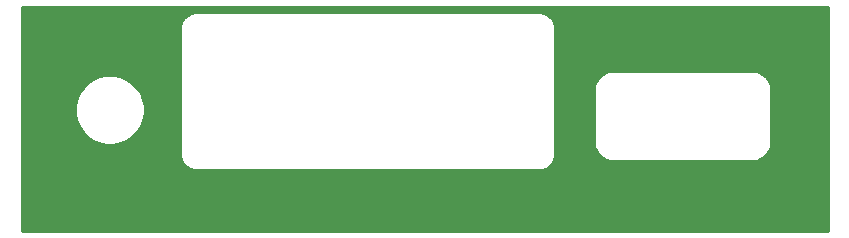
<source format=gbr>
%TF.GenerationSoftware,KiCad,Pcbnew,(5.1.6)-1*%
%TF.CreationDate,2020-11-22T20:04:26-08:00*%
%TF.ProjectId,vgavt1593-front,76676176-7431-4353-9933-2d66726f6e74,rev?*%
%TF.SameCoordinates,Original*%
%TF.FileFunction,Copper,L1,Top*%
%TF.FilePolarity,Positive*%
%FSLAX46Y46*%
G04 Gerber Fmt 4.6, Leading zero omitted, Abs format (unit mm)*
G04 Created by KiCad (PCBNEW (5.1.6)-1) date 2020-11-22 20:04:26*
%MOMM*%
%LPD*%
G01*
G04 APERTURE LIST*
%TA.AperFunction,ViaPad*%
%ADD10C,0.635000*%
%TD*%
%TA.AperFunction,Conductor*%
%ADD11C,0.254000*%
%TD*%
G04 APERTURE END LIST*
D10*
%TO.N,GND*%
X91694000Y-43942000D03*
X91694000Y-26670000D03*
X25146000Y-43942000D03*
X25146000Y-26670000D03*
%TD*%
D11*
%TO.N,GND*%
G36*
X92533000Y-44781000D02*
G01*
X24307000Y-44781000D01*
X24307000Y-38246940D01*
X37694000Y-38246940D01*
X37695740Y-38264605D01*
X37695696Y-38270890D01*
X37696249Y-38276532D01*
X37716976Y-38473734D01*
X37724377Y-38509789D01*
X37731270Y-38545924D01*
X37732908Y-38551347D01*
X37732909Y-38551353D01*
X37732911Y-38551359D01*
X37791544Y-38740773D01*
X37805821Y-38774736D01*
X37819589Y-38808814D01*
X37822247Y-38813815D01*
X37822249Y-38813819D01*
X37822251Y-38813822D01*
X37916561Y-38988244D01*
X37937134Y-39018744D01*
X37957287Y-39049541D01*
X37960870Y-39053934D01*
X38087264Y-39206719D01*
X38113415Y-39232689D01*
X38139120Y-39258937D01*
X38143482Y-39262546D01*
X38143488Y-39262552D01*
X38143495Y-39262556D01*
X38297150Y-39387875D01*
X38327797Y-39408237D01*
X38358161Y-39429028D01*
X38363140Y-39431720D01*
X38363148Y-39431725D01*
X38363156Y-39431728D01*
X38538226Y-39524815D01*
X38572292Y-39538857D01*
X38606071Y-39553334D01*
X38611475Y-39555007D01*
X38611484Y-39555011D01*
X38611493Y-39555013D01*
X38801313Y-39612322D01*
X38837439Y-39619475D01*
X38873400Y-39627119D01*
X38879034Y-39627712D01*
X38879041Y-39627713D01*
X38879048Y-39627713D01*
X39076380Y-39647062D01*
X39076382Y-39647062D01*
X39096059Y-39649000D01*
X68091941Y-39649000D01*
X68109606Y-39647260D01*
X68115890Y-39647304D01*
X68121532Y-39646751D01*
X68318734Y-39626024D01*
X68354789Y-39618623D01*
X68390924Y-39611730D01*
X68396347Y-39610092D01*
X68396353Y-39610091D01*
X68396359Y-39610089D01*
X68585773Y-39551456D01*
X68619736Y-39537179D01*
X68653814Y-39523411D01*
X68658815Y-39520753D01*
X68658819Y-39520751D01*
X68658822Y-39520749D01*
X68833244Y-39426439D01*
X68863744Y-39405866D01*
X68894541Y-39385713D01*
X68898934Y-39382130D01*
X69051719Y-39255736D01*
X69077689Y-39229585D01*
X69103937Y-39203880D01*
X69107546Y-39199518D01*
X69107552Y-39199512D01*
X69107556Y-39199505D01*
X69232875Y-39045850D01*
X69253237Y-39015203D01*
X69274028Y-38984839D01*
X69276720Y-38979860D01*
X69276725Y-38979852D01*
X69276728Y-38979844D01*
X69369815Y-38804774D01*
X69383857Y-38770708D01*
X69398334Y-38736929D01*
X69400007Y-38731525D01*
X69400011Y-38731516D01*
X69400013Y-38731507D01*
X69457322Y-38541687D01*
X69464475Y-38505561D01*
X69472119Y-38469600D01*
X69472712Y-38463962D01*
X69472713Y-38463959D01*
X69472713Y-38463952D01*
X69492062Y-38266620D01*
X69492062Y-38266618D01*
X69494000Y-38246941D01*
X69494000Y-32873060D01*
X72746000Y-32873060D01*
X72746001Y-37230941D01*
X72747757Y-37248770D01*
X72747702Y-37256662D01*
X72748255Y-37262304D01*
X72774163Y-37508807D01*
X72781564Y-37544860D01*
X72788458Y-37581000D01*
X72790096Y-37586427D01*
X72863391Y-37823203D01*
X72877651Y-37857126D01*
X72891435Y-37891242D01*
X72894096Y-37896248D01*
X73011984Y-38114278D01*
X73032584Y-38144819D01*
X73052711Y-38175576D01*
X73056294Y-38179970D01*
X73214287Y-38370950D01*
X73240438Y-38396920D01*
X73266143Y-38423168D01*
X73270505Y-38426777D01*
X73270511Y-38426783D01*
X73270518Y-38426787D01*
X73462589Y-38583437D01*
X73493265Y-38603818D01*
X73523602Y-38624590D01*
X73528583Y-38627284D01*
X73528587Y-38627287D01*
X73528591Y-38627289D01*
X73747436Y-38743650D01*
X73781473Y-38757679D01*
X73815278Y-38772168D01*
X73820687Y-38773842D01*
X73820694Y-38773845D01*
X73820701Y-38773846D01*
X74057974Y-38845484D01*
X74094090Y-38852635D01*
X74130065Y-38860282D01*
X74135701Y-38860875D01*
X74135703Y-38860875D01*
X74382381Y-38885062D01*
X74382382Y-38885062D01*
X74402059Y-38887000D01*
X86125941Y-38887000D01*
X86143780Y-38885243D01*
X86151662Y-38885298D01*
X86157304Y-38884745D01*
X86403807Y-38858837D01*
X86439860Y-38851436D01*
X86476000Y-38844542D01*
X86481427Y-38842904D01*
X86718203Y-38769609D01*
X86752126Y-38755349D01*
X86786242Y-38741565D01*
X86791248Y-38738904D01*
X87009278Y-38621016D01*
X87039819Y-38600416D01*
X87070576Y-38580289D01*
X87074970Y-38576706D01*
X87265950Y-38418713D01*
X87291920Y-38392562D01*
X87318168Y-38366857D01*
X87321777Y-38362495D01*
X87321783Y-38362489D01*
X87321787Y-38362482D01*
X87478437Y-38170411D01*
X87498818Y-38139735D01*
X87519590Y-38109398D01*
X87522284Y-38104417D01*
X87522287Y-38104413D01*
X87522289Y-38104409D01*
X87638650Y-37885564D01*
X87652679Y-37851527D01*
X87667168Y-37817722D01*
X87668842Y-37812313D01*
X87668845Y-37812306D01*
X87668846Y-37812299D01*
X87740484Y-37575026D01*
X87747635Y-37538910D01*
X87755282Y-37502935D01*
X87755875Y-37497297D01*
X87780062Y-37250619D01*
X87780062Y-37250618D01*
X87782000Y-37230941D01*
X87782000Y-32873059D01*
X87780243Y-32855220D01*
X87780298Y-32847339D01*
X87779745Y-32841697D01*
X87753837Y-32595193D01*
X87746436Y-32559140D01*
X87739542Y-32523000D01*
X87737904Y-32517573D01*
X87664609Y-32280797D01*
X87650349Y-32246874D01*
X87636565Y-32212758D01*
X87633904Y-32207752D01*
X87516016Y-31989722D01*
X87495416Y-31959181D01*
X87475289Y-31928424D01*
X87471706Y-31924030D01*
X87313713Y-31733050D01*
X87287597Y-31707116D01*
X87261857Y-31680831D01*
X87257489Y-31677217D01*
X87065411Y-31520563D01*
X87034762Y-31500199D01*
X87004398Y-31479409D01*
X86999422Y-31476719D01*
X86999413Y-31476713D01*
X86999404Y-31476709D01*
X86780564Y-31360350D01*
X86746539Y-31346326D01*
X86712722Y-31331832D01*
X86707307Y-31330156D01*
X86707309Y-31330156D01*
X86707301Y-31330154D01*
X86470026Y-31258516D01*
X86433910Y-31251365D01*
X86397935Y-31243718D01*
X86392299Y-31243125D01*
X86392297Y-31243125D01*
X86145619Y-31218938D01*
X86145618Y-31218938D01*
X86125941Y-31217000D01*
X74402059Y-31217000D01*
X74384220Y-31218757D01*
X74376339Y-31218702D01*
X74370697Y-31219255D01*
X74124193Y-31245163D01*
X74088140Y-31252564D01*
X74052000Y-31259458D01*
X74046573Y-31261096D01*
X73809797Y-31334391D01*
X73775874Y-31348651D01*
X73741758Y-31362435D01*
X73736752Y-31365096D01*
X73518722Y-31482984D01*
X73488181Y-31503584D01*
X73457424Y-31523711D01*
X73453030Y-31527294D01*
X73262050Y-31685287D01*
X73236116Y-31711403D01*
X73209831Y-31737143D01*
X73206217Y-31741511D01*
X73049563Y-31933589D01*
X73029199Y-31964238D01*
X73008409Y-31994602D01*
X73005719Y-31999578D01*
X73005713Y-31999587D01*
X73005709Y-31999596D01*
X72889350Y-32218436D01*
X72875326Y-32252461D01*
X72860832Y-32286278D01*
X72859156Y-32291693D01*
X72787516Y-32528974D01*
X72780365Y-32565090D01*
X72772718Y-32601065D01*
X72772125Y-32606703D01*
X72747938Y-32853381D01*
X72746000Y-32873060D01*
X69494000Y-32873060D01*
X69494000Y-27666059D01*
X69492260Y-27648394D01*
X69492304Y-27642110D01*
X69491751Y-27636468D01*
X69471024Y-27439266D01*
X69463622Y-27403205D01*
X69456730Y-27367076D01*
X69455091Y-27361649D01*
X69455091Y-27361647D01*
X69455089Y-27361641D01*
X69396456Y-27172228D01*
X69382200Y-27138314D01*
X69368411Y-27104185D01*
X69365750Y-27099180D01*
X69271439Y-26924756D01*
X69250844Y-26894223D01*
X69230713Y-26863460D01*
X69227131Y-26859066D01*
X69100736Y-26706282D01*
X69074620Y-26680348D01*
X69048880Y-26654063D01*
X69044518Y-26650454D01*
X69044512Y-26650448D01*
X69044505Y-26650444D01*
X68890850Y-26525125D01*
X68860185Y-26504751D01*
X68829838Y-26483972D01*
X68824852Y-26481275D01*
X68649774Y-26388185D01*
X68615720Y-26374148D01*
X68581929Y-26359666D01*
X68576525Y-26357993D01*
X68576516Y-26357989D01*
X68576507Y-26357987D01*
X68386687Y-26300678D01*
X68350553Y-26293523D01*
X68314599Y-26285881D01*
X68308968Y-26285289D01*
X68308959Y-26285287D01*
X68308951Y-26285287D01*
X68111620Y-26265938D01*
X68111618Y-26265938D01*
X68091941Y-26264000D01*
X39096059Y-26264000D01*
X39078394Y-26265740D01*
X39072110Y-26265696D01*
X39066468Y-26266249D01*
X38869266Y-26286976D01*
X38833205Y-26294378D01*
X38797076Y-26301270D01*
X38791653Y-26302908D01*
X38791647Y-26302909D01*
X38791641Y-26302911D01*
X38602228Y-26361544D01*
X38568314Y-26375800D01*
X38534185Y-26389589D01*
X38529180Y-26392250D01*
X38354756Y-26486561D01*
X38324223Y-26507156D01*
X38293460Y-26527287D01*
X38289066Y-26530869D01*
X38136282Y-26657264D01*
X38110348Y-26683380D01*
X38084063Y-26709120D01*
X38080454Y-26713482D01*
X38080448Y-26713488D01*
X38080444Y-26713495D01*
X37955125Y-26867150D01*
X37934751Y-26897815D01*
X37913972Y-26928162D01*
X37911275Y-26933148D01*
X37818185Y-27108226D01*
X37804148Y-27142280D01*
X37789666Y-27176071D01*
X37787993Y-27181475D01*
X37787989Y-27181484D01*
X37787987Y-27181493D01*
X37730678Y-27371313D01*
X37723523Y-27407447D01*
X37715881Y-27443401D01*
X37715289Y-27449032D01*
X37715287Y-27449041D01*
X37715287Y-27449049D01*
X37695938Y-27646380D01*
X37695938Y-27646393D01*
X37694001Y-27666059D01*
X37694000Y-38246940D01*
X24307000Y-38246940D01*
X24307000Y-34253281D01*
X28798282Y-34253281D01*
X28798282Y-34834719D01*
X28911715Y-35404984D01*
X29134222Y-35942163D01*
X29457251Y-36425610D01*
X29868390Y-36836749D01*
X30351837Y-37159778D01*
X30889016Y-37382285D01*
X31459281Y-37495718D01*
X32040719Y-37495718D01*
X32610984Y-37382285D01*
X33148163Y-37159778D01*
X33631610Y-36836749D01*
X34042749Y-36425610D01*
X34365778Y-35942163D01*
X34588285Y-35404984D01*
X34701718Y-34834719D01*
X34701718Y-34253281D01*
X34588285Y-33683016D01*
X34365778Y-33145837D01*
X34042749Y-32662390D01*
X33631610Y-32251251D01*
X33148163Y-31928222D01*
X32610984Y-31705715D01*
X32040719Y-31592282D01*
X31459281Y-31592282D01*
X30889016Y-31705715D01*
X30351837Y-31928222D01*
X29868390Y-32251251D01*
X29457251Y-32662390D01*
X29134222Y-33145837D01*
X28911715Y-33683016D01*
X28798282Y-34253281D01*
X24307000Y-34253281D01*
X24307000Y-25831000D01*
X92533001Y-25831000D01*
X92533000Y-44781000D01*
G37*
X92533000Y-44781000D02*
X24307000Y-44781000D01*
X24307000Y-38246940D01*
X37694000Y-38246940D01*
X37695740Y-38264605D01*
X37695696Y-38270890D01*
X37696249Y-38276532D01*
X37716976Y-38473734D01*
X37724377Y-38509789D01*
X37731270Y-38545924D01*
X37732908Y-38551347D01*
X37732909Y-38551353D01*
X37732911Y-38551359D01*
X37791544Y-38740773D01*
X37805821Y-38774736D01*
X37819589Y-38808814D01*
X37822247Y-38813815D01*
X37822249Y-38813819D01*
X37822251Y-38813822D01*
X37916561Y-38988244D01*
X37937134Y-39018744D01*
X37957287Y-39049541D01*
X37960870Y-39053934D01*
X38087264Y-39206719D01*
X38113415Y-39232689D01*
X38139120Y-39258937D01*
X38143482Y-39262546D01*
X38143488Y-39262552D01*
X38143495Y-39262556D01*
X38297150Y-39387875D01*
X38327797Y-39408237D01*
X38358161Y-39429028D01*
X38363140Y-39431720D01*
X38363148Y-39431725D01*
X38363156Y-39431728D01*
X38538226Y-39524815D01*
X38572292Y-39538857D01*
X38606071Y-39553334D01*
X38611475Y-39555007D01*
X38611484Y-39555011D01*
X38611493Y-39555013D01*
X38801313Y-39612322D01*
X38837439Y-39619475D01*
X38873400Y-39627119D01*
X38879034Y-39627712D01*
X38879041Y-39627713D01*
X38879048Y-39627713D01*
X39076380Y-39647062D01*
X39076382Y-39647062D01*
X39096059Y-39649000D01*
X68091941Y-39649000D01*
X68109606Y-39647260D01*
X68115890Y-39647304D01*
X68121532Y-39646751D01*
X68318734Y-39626024D01*
X68354789Y-39618623D01*
X68390924Y-39611730D01*
X68396347Y-39610092D01*
X68396353Y-39610091D01*
X68396359Y-39610089D01*
X68585773Y-39551456D01*
X68619736Y-39537179D01*
X68653814Y-39523411D01*
X68658815Y-39520753D01*
X68658819Y-39520751D01*
X68658822Y-39520749D01*
X68833244Y-39426439D01*
X68863744Y-39405866D01*
X68894541Y-39385713D01*
X68898934Y-39382130D01*
X69051719Y-39255736D01*
X69077689Y-39229585D01*
X69103937Y-39203880D01*
X69107546Y-39199518D01*
X69107552Y-39199512D01*
X69107556Y-39199505D01*
X69232875Y-39045850D01*
X69253237Y-39015203D01*
X69274028Y-38984839D01*
X69276720Y-38979860D01*
X69276725Y-38979852D01*
X69276728Y-38979844D01*
X69369815Y-38804774D01*
X69383857Y-38770708D01*
X69398334Y-38736929D01*
X69400007Y-38731525D01*
X69400011Y-38731516D01*
X69400013Y-38731507D01*
X69457322Y-38541687D01*
X69464475Y-38505561D01*
X69472119Y-38469600D01*
X69472712Y-38463962D01*
X69472713Y-38463959D01*
X69472713Y-38463952D01*
X69492062Y-38266620D01*
X69492062Y-38266618D01*
X69494000Y-38246941D01*
X69494000Y-32873060D01*
X72746000Y-32873060D01*
X72746001Y-37230941D01*
X72747757Y-37248770D01*
X72747702Y-37256662D01*
X72748255Y-37262304D01*
X72774163Y-37508807D01*
X72781564Y-37544860D01*
X72788458Y-37581000D01*
X72790096Y-37586427D01*
X72863391Y-37823203D01*
X72877651Y-37857126D01*
X72891435Y-37891242D01*
X72894096Y-37896248D01*
X73011984Y-38114278D01*
X73032584Y-38144819D01*
X73052711Y-38175576D01*
X73056294Y-38179970D01*
X73214287Y-38370950D01*
X73240438Y-38396920D01*
X73266143Y-38423168D01*
X73270505Y-38426777D01*
X73270511Y-38426783D01*
X73270518Y-38426787D01*
X73462589Y-38583437D01*
X73493265Y-38603818D01*
X73523602Y-38624590D01*
X73528583Y-38627284D01*
X73528587Y-38627287D01*
X73528591Y-38627289D01*
X73747436Y-38743650D01*
X73781473Y-38757679D01*
X73815278Y-38772168D01*
X73820687Y-38773842D01*
X73820694Y-38773845D01*
X73820701Y-38773846D01*
X74057974Y-38845484D01*
X74094090Y-38852635D01*
X74130065Y-38860282D01*
X74135701Y-38860875D01*
X74135703Y-38860875D01*
X74382381Y-38885062D01*
X74382382Y-38885062D01*
X74402059Y-38887000D01*
X86125941Y-38887000D01*
X86143780Y-38885243D01*
X86151662Y-38885298D01*
X86157304Y-38884745D01*
X86403807Y-38858837D01*
X86439860Y-38851436D01*
X86476000Y-38844542D01*
X86481427Y-38842904D01*
X86718203Y-38769609D01*
X86752126Y-38755349D01*
X86786242Y-38741565D01*
X86791248Y-38738904D01*
X87009278Y-38621016D01*
X87039819Y-38600416D01*
X87070576Y-38580289D01*
X87074970Y-38576706D01*
X87265950Y-38418713D01*
X87291920Y-38392562D01*
X87318168Y-38366857D01*
X87321777Y-38362495D01*
X87321783Y-38362489D01*
X87321787Y-38362482D01*
X87478437Y-38170411D01*
X87498818Y-38139735D01*
X87519590Y-38109398D01*
X87522284Y-38104417D01*
X87522287Y-38104413D01*
X87522289Y-38104409D01*
X87638650Y-37885564D01*
X87652679Y-37851527D01*
X87667168Y-37817722D01*
X87668842Y-37812313D01*
X87668845Y-37812306D01*
X87668846Y-37812299D01*
X87740484Y-37575026D01*
X87747635Y-37538910D01*
X87755282Y-37502935D01*
X87755875Y-37497297D01*
X87780062Y-37250619D01*
X87780062Y-37250618D01*
X87782000Y-37230941D01*
X87782000Y-32873059D01*
X87780243Y-32855220D01*
X87780298Y-32847339D01*
X87779745Y-32841697D01*
X87753837Y-32595193D01*
X87746436Y-32559140D01*
X87739542Y-32523000D01*
X87737904Y-32517573D01*
X87664609Y-32280797D01*
X87650349Y-32246874D01*
X87636565Y-32212758D01*
X87633904Y-32207752D01*
X87516016Y-31989722D01*
X87495416Y-31959181D01*
X87475289Y-31928424D01*
X87471706Y-31924030D01*
X87313713Y-31733050D01*
X87287597Y-31707116D01*
X87261857Y-31680831D01*
X87257489Y-31677217D01*
X87065411Y-31520563D01*
X87034762Y-31500199D01*
X87004398Y-31479409D01*
X86999422Y-31476719D01*
X86999413Y-31476713D01*
X86999404Y-31476709D01*
X86780564Y-31360350D01*
X86746539Y-31346326D01*
X86712722Y-31331832D01*
X86707307Y-31330156D01*
X86707309Y-31330156D01*
X86707301Y-31330154D01*
X86470026Y-31258516D01*
X86433910Y-31251365D01*
X86397935Y-31243718D01*
X86392299Y-31243125D01*
X86392297Y-31243125D01*
X86145619Y-31218938D01*
X86145618Y-31218938D01*
X86125941Y-31217000D01*
X74402059Y-31217000D01*
X74384220Y-31218757D01*
X74376339Y-31218702D01*
X74370697Y-31219255D01*
X74124193Y-31245163D01*
X74088140Y-31252564D01*
X74052000Y-31259458D01*
X74046573Y-31261096D01*
X73809797Y-31334391D01*
X73775874Y-31348651D01*
X73741758Y-31362435D01*
X73736752Y-31365096D01*
X73518722Y-31482984D01*
X73488181Y-31503584D01*
X73457424Y-31523711D01*
X73453030Y-31527294D01*
X73262050Y-31685287D01*
X73236116Y-31711403D01*
X73209831Y-31737143D01*
X73206217Y-31741511D01*
X73049563Y-31933589D01*
X73029199Y-31964238D01*
X73008409Y-31994602D01*
X73005719Y-31999578D01*
X73005713Y-31999587D01*
X73005709Y-31999596D01*
X72889350Y-32218436D01*
X72875326Y-32252461D01*
X72860832Y-32286278D01*
X72859156Y-32291693D01*
X72787516Y-32528974D01*
X72780365Y-32565090D01*
X72772718Y-32601065D01*
X72772125Y-32606703D01*
X72747938Y-32853381D01*
X72746000Y-32873060D01*
X69494000Y-32873060D01*
X69494000Y-27666059D01*
X69492260Y-27648394D01*
X69492304Y-27642110D01*
X69491751Y-27636468D01*
X69471024Y-27439266D01*
X69463622Y-27403205D01*
X69456730Y-27367076D01*
X69455091Y-27361649D01*
X69455091Y-27361647D01*
X69455089Y-27361641D01*
X69396456Y-27172228D01*
X69382200Y-27138314D01*
X69368411Y-27104185D01*
X69365750Y-27099180D01*
X69271439Y-26924756D01*
X69250844Y-26894223D01*
X69230713Y-26863460D01*
X69227131Y-26859066D01*
X69100736Y-26706282D01*
X69074620Y-26680348D01*
X69048880Y-26654063D01*
X69044518Y-26650454D01*
X69044512Y-26650448D01*
X69044505Y-26650444D01*
X68890850Y-26525125D01*
X68860185Y-26504751D01*
X68829838Y-26483972D01*
X68824852Y-26481275D01*
X68649774Y-26388185D01*
X68615720Y-26374148D01*
X68581929Y-26359666D01*
X68576525Y-26357993D01*
X68576516Y-26357989D01*
X68576507Y-26357987D01*
X68386687Y-26300678D01*
X68350553Y-26293523D01*
X68314599Y-26285881D01*
X68308968Y-26285289D01*
X68308959Y-26285287D01*
X68308951Y-26285287D01*
X68111620Y-26265938D01*
X68111618Y-26265938D01*
X68091941Y-26264000D01*
X39096059Y-26264000D01*
X39078394Y-26265740D01*
X39072110Y-26265696D01*
X39066468Y-26266249D01*
X38869266Y-26286976D01*
X38833205Y-26294378D01*
X38797076Y-26301270D01*
X38791653Y-26302908D01*
X38791647Y-26302909D01*
X38791641Y-26302911D01*
X38602228Y-26361544D01*
X38568314Y-26375800D01*
X38534185Y-26389589D01*
X38529180Y-26392250D01*
X38354756Y-26486561D01*
X38324223Y-26507156D01*
X38293460Y-26527287D01*
X38289066Y-26530869D01*
X38136282Y-26657264D01*
X38110348Y-26683380D01*
X38084063Y-26709120D01*
X38080454Y-26713482D01*
X38080448Y-26713488D01*
X38080444Y-26713495D01*
X37955125Y-26867150D01*
X37934751Y-26897815D01*
X37913972Y-26928162D01*
X37911275Y-26933148D01*
X37818185Y-27108226D01*
X37804148Y-27142280D01*
X37789666Y-27176071D01*
X37787993Y-27181475D01*
X37787989Y-27181484D01*
X37787987Y-27181493D01*
X37730678Y-27371313D01*
X37723523Y-27407447D01*
X37715881Y-27443401D01*
X37715289Y-27449032D01*
X37715287Y-27449041D01*
X37715287Y-27449049D01*
X37695938Y-27646380D01*
X37695938Y-27646393D01*
X37694001Y-27666059D01*
X37694000Y-38246940D01*
X24307000Y-38246940D01*
X24307000Y-34253281D01*
X28798282Y-34253281D01*
X28798282Y-34834719D01*
X28911715Y-35404984D01*
X29134222Y-35942163D01*
X29457251Y-36425610D01*
X29868390Y-36836749D01*
X30351837Y-37159778D01*
X30889016Y-37382285D01*
X31459281Y-37495718D01*
X32040719Y-37495718D01*
X32610984Y-37382285D01*
X33148163Y-37159778D01*
X33631610Y-36836749D01*
X34042749Y-36425610D01*
X34365778Y-35942163D01*
X34588285Y-35404984D01*
X34701718Y-34834719D01*
X34701718Y-34253281D01*
X34588285Y-33683016D01*
X34365778Y-33145837D01*
X34042749Y-32662390D01*
X33631610Y-32251251D01*
X33148163Y-31928222D01*
X32610984Y-31705715D01*
X32040719Y-31592282D01*
X31459281Y-31592282D01*
X30889016Y-31705715D01*
X30351837Y-31928222D01*
X29868390Y-32251251D01*
X29457251Y-32662390D01*
X29134222Y-33145837D01*
X28911715Y-33683016D01*
X28798282Y-34253281D01*
X24307000Y-34253281D01*
X24307000Y-25831000D01*
X92533001Y-25831000D01*
X92533000Y-44781000D01*
%TD*%
M02*

</source>
